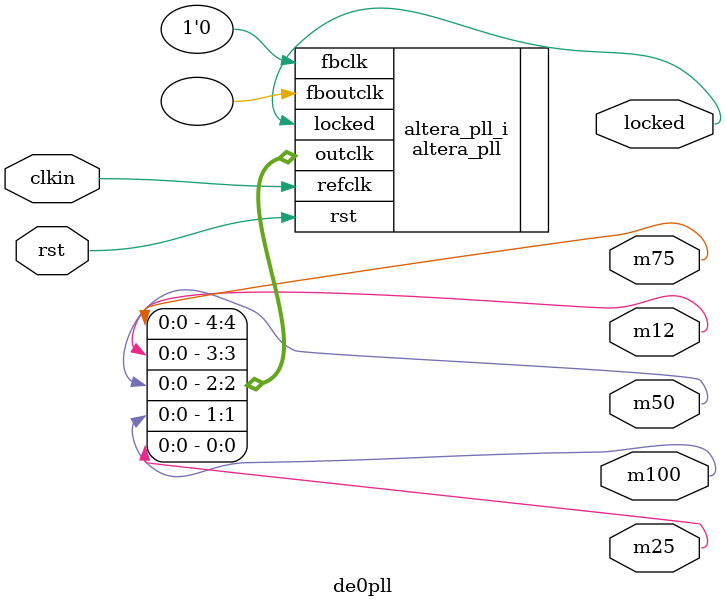
<source format=v>
module de0pll(

    input wire clkin,
    input wire rst,

    output wire m12,
    output wire m25,
    output wire m50,
    output wire m75,
    output wire m100,

    output wire locked
);

altera_pll #(
    .fractional_vco_multiplier("false"),
    .reference_clock_frequency("50.0 MHz"),
    .operation_mode("normal"),
    .number_of_clocks(5),
    .output_clock_frequency0("25.0 MHz"),
    .phase_shift0("0 ps"),
    .duty_cycle0(50),
    .output_clock_frequency1("100.0 MHz"),
    .phase_shift1("0 ps"),
    .duty_cycle1(50),
    .output_clock_frequency2("50 MHz"),
    .phase_shift2("0 ps"),
    .duty_cycle2(50),
    .output_clock_frequency3("12.5 MHz"),
    .phase_shift3("0 ps"),
    .duty_cycle3(50),
    .output_clock_frequency4("75 MHz"),
    .phase_shift4("0 ps"),
    .duty_cycle4(50),
    .output_clock_frequency5("0 MHz"),
    .phase_shift5("0 ps"),
    .duty_cycle5(50),
    .output_clock_frequency6("0 MHz"),
    .phase_shift6("0 ps"),
    .duty_cycle6(50),
    .output_clock_frequency7("0 MHz"),
    .phase_shift7("0 ps"),
    .duty_cycle7(50),
    .output_clock_frequency8("0 MHz"),
    .phase_shift8("0 ps"),
    .duty_cycle8(50),
    .output_clock_frequency9("0 MHz"),
    .phase_shift9("0 ps"),
    .duty_cycle9(50),
    .output_clock_frequency10("0 MHz"),
    .phase_shift10("0 ps"),
    .duty_cycle10(50),
    .output_clock_frequency11("0 MHz"),
    .phase_shift11("0 ps"),
    .duty_cycle11(50),
    .output_clock_frequency12("0 MHz"),
    .phase_shift12("0 ps"),
    .duty_cycle12(50),
    .output_clock_frequency13("0 MHz"),
    .phase_shift13("0 ps"),
    .duty_cycle13(50),
    .output_clock_frequency14("0 MHz"),
    .phase_shift14("0 ps"),
    .duty_cycle14(50),
    .output_clock_frequency15("0 MHz"),
    .phase_shift15("0 ps"),
    .duty_cycle15(50),
    .output_clock_frequency16("0 MHz"),
    .phase_shift16("0 ps"),
    .duty_cycle16(50),
    .output_clock_frequency17("0 MHz"),
    .phase_shift17("0 ps"),
    .duty_cycle17(50),
    .pll_type("General"),
    .pll_subtype("General")
)
altera_pll_i (
    .rst (rst),
    .outclk ({m75, m12, m50, m100, m25}),
    .locked (locked),
    .fboutclk ( ),
    .fbclk (1'b0),
    .refclk (clkin)
);

endmodule

</source>
